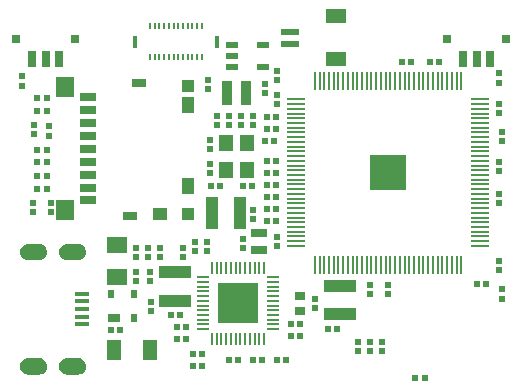
<source format=gtp>
G04 #@! TF.GenerationSoftware,KiCad,Pcbnew,5.1.5+dfsg1-2build2*
G04 #@! TF.CreationDate,2020-11-30T07:47:56+01:00*
G04 #@! TF.ProjectId,FunKey,46756e4b-6579-42e6-9b69-6361645f7063,E*
G04 #@! TF.SameCoordinates,Original*
G04 #@! TF.FileFunction,Paste,Top*
G04 #@! TF.FilePolarity,Positive*
%FSLAX46Y46*%
G04 Gerber Fmt 4.6, Leading zero omitted, Abs format (unit mm)*
G04 Created by KiCad (PCBNEW 5.1.5+dfsg1-2build2) date 2020-11-30 07:47:56*
%MOMM*%
%LPD*%
G04 APERTURE LIST*
%ADD10C,0.127000*%
%ADD11R,1.800000X1.200000*%
%ADD12R,1.550000X0.600000*%
%ADD13R,0.247500X1.600000*%
%ADD14R,1.600000X0.247500*%
%ADD15R,1.400000X0.700000*%
%ADD16R,0.380000X1.100000*%
%ADD17R,0.230000X0.630000*%
%ADD18R,0.650000X0.700000*%
%ADD19R,0.800000X1.350000*%
%ADD20R,0.850000X2.000000*%
%ADD21R,1.200000X0.655000*%
%ADD22R,1.050000X1.400000*%
%ADD23R,1.050000X1.075000*%
%ADD24R,1.200000X0.725000*%
%ADD25R,1.500000X1.775000*%
%ADD26R,1.500000X1.725000*%
%ADD27R,1.150000X1.055000*%
%ADD28R,1.350000X0.650000*%
%ADD29R,1.350000X0.750000*%
%ADD30R,2.700000X1.000000*%
%ADD31R,1.000000X2.700000*%
%ADD32R,1.000000X0.200000*%
%ADD33R,0.200000X1.000000*%
%ADD34R,1.150000X0.400000*%
%ADD35R,1.100000X0.600000*%
%ADD36R,1.143000X1.778000*%
%ADD37R,0.600000X0.700000*%
%ADD38R,1.000000X0.700000*%
%ADD39R,1.800000X1.400000*%
%ADD40R,1.270000X1.397000*%
%ADD41R,0.889000X0.635000*%
%ADD42R,0.550000X0.600000*%
%ADD43R,0.600000X0.550000*%
%ADD44R,0.508000X0.508000*%
G04 APERTURE END LIST*
D10*
G36*
X109450000Y-56666000D02*
G01*
X106450000Y-56666000D01*
X106450000Y-59666000D01*
X109450000Y-59666000D01*
X109450000Y-56666000D01*
G37*
G36*
X93550000Y-67515000D02*
G01*
X93550000Y-70915000D01*
X96950000Y-70915000D01*
X96950000Y-67515000D01*
X93550000Y-67515000D01*
G37*
G36*
X80800000Y-64173000D02*
G01*
X81700000Y-64173000D01*
X81881173Y-64196852D01*
X82050000Y-64266782D01*
X82194975Y-64378025D01*
X82306218Y-64523000D01*
X82400000Y-64873000D01*
X82376148Y-65054173D01*
X82306218Y-65223000D01*
X82194975Y-65367975D01*
X82050000Y-65479218D01*
X81881173Y-65549148D01*
X81700000Y-65573000D01*
X80800000Y-65573000D01*
X80618827Y-65549148D01*
X80450000Y-65479218D01*
X80305025Y-65367975D01*
X80193782Y-65223000D01*
X80123852Y-65054173D01*
X80100000Y-64873000D01*
X80123852Y-64691827D01*
X80193782Y-64523000D01*
X80305025Y-64378025D01*
X80450000Y-64266782D01*
X80800000Y-64173000D01*
G37*
G36*
X80800000Y-73873000D02*
G01*
X81700000Y-73873000D01*
X81881173Y-73896852D01*
X82050000Y-73966782D01*
X82194975Y-74078025D01*
X82306218Y-74223000D01*
X82400000Y-74573000D01*
X82376148Y-74754173D01*
X82306218Y-74923000D01*
X82194975Y-75067975D01*
X82050000Y-75179218D01*
X81881173Y-75249148D01*
X81700000Y-75273000D01*
X80800000Y-75273000D01*
X80618827Y-75249148D01*
X80450000Y-75179218D01*
X80305025Y-75067975D01*
X80193782Y-74923000D01*
X80123852Y-74754173D01*
X80100000Y-74573000D01*
X80123852Y-74391827D01*
X80193782Y-74223000D01*
X80305025Y-74078025D01*
X80450000Y-73966782D01*
X80800000Y-73873000D01*
G37*
G36*
X77500000Y-64173000D02*
G01*
X78400000Y-64173000D01*
X78399999Y-64173000D01*
X78581172Y-64196852D01*
X78749999Y-64266782D01*
X78894974Y-64378025D01*
X79006217Y-64523000D01*
X79100000Y-64873000D01*
X79100000Y-64872999D01*
X79076148Y-65054173D01*
X79006218Y-65223000D01*
X78894975Y-65367975D01*
X78750000Y-65479218D01*
X78581174Y-65549149D01*
X78400000Y-65573000D01*
X77500000Y-65573000D01*
X77318827Y-65549148D01*
X77150000Y-65479218D01*
X77005025Y-65367975D01*
X76893782Y-65223000D01*
X76823852Y-65054173D01*
X76800000Y-64873000D01*
X76823852Y-64691827D01*
X76893782Y-64523000D01*
X77005025Y-64378025D01*
X77150000Y-64266782D01*
X77500000Y-64173000D01*
G37*
G36*
X77500000Y-73873000D02*
G01*
X78400000Y-73873000D01*
X78399999Y-73873000D01*
X78581172Y-73896852D01*
X78749999Y-73966782D01*
X78894974Y-74078025D01*
X79006217Y-74223000D01*
X79100000Y-74573000D01*
X79100000Y-74572999D01*
X79076148Y-74754173D01*
X79006218Y-74923000D01*
X78894975Y-75067975D01*
X78750000Y-75179218D01*
X78581174Y-75249149D01*
X78400000Y-75273000D01*
X77500000Y-75273000D01*
X77318827Y-75249148D01*
X77150000Y-75179218D01*
X77005025Y-75067975D01*
X76893782Y-74923000D01*
X76823852Y-74754173D01*
X76800000Y-74573000D01*
X76823852Y-74391827D01*
X76893782Y-74223000D01*
X77005025Y-74078025D01*
X77150000Y-73966782D01*
X77500000Y-73873000D01*
G37*
D11*
X103533000Y-48536000D03*
X103533000Y-44936000D03*
D12*
X99658000Y-47236000D03*
X99658000Y-46236000D03*
D13*
X114150000Y-65966000D03*
X113750000Y-65966000D03*
X113350000Y-65966000D03*
X112950000Y-65966000D03*
X112550000Y-65966000D03*
X112150000Y-65966000D03*
X111750000Y-65966000D03*
X111350000Y-65966000D03*
X110950000Y-65966000D03*
X110550000Y-65966000D03*
X110150000Y-65966000D03*
X109750000Y-65966000D03*
X109350000Y-65966000D03*
X108950000Y-65966000D03*
X108550000Y-65966000D03*
X108150000Y-65966000D03*
X107750000Y-65966000D03*
X107350000Y-65966000D03*
X106950000Y-65966000D03*
X106550000Y-65966000D03*
X106150000Y-65966000D03*
X105750000Y-65966000D03*
X105350000Y-65966000D03*
X104950000Y-65966000D03*
X104550000Y-65966000D03*
X104150000Y-65966000D03*
X103750000Y-65966000D03*
X103350000Y-65966000D03*
X102950000Y-65966000D03*
X102550000Y-65966000D03*
X102150000Y-65966000D03*
X101750000Y-65966000D03*
D14*
X100150000Y-64366000D03*
X100150000Y-63966000D03*
X100150000Y-63566000D03*
X100150000Y-63166000D03*
X100150000Y-62766000D03*
X100150000Y-62366000D03*
X100150000Y-61966000D03*
X100150000Y-61566000D03*
X100150000Y-61166000D03*
X100150000Y-60766000D03*
X100150000Y-60366000D03*
X100150000Y-59966000D03*
X100150000Y-59566000D03*
X100150000Y-59166000D03*
X100150000Y-58766000D03*
X100150000Y-58366000D03*
X100150000Y-57966000D03*
X100150000Y-57566000D03*
X100150000Y-57166000D03*
X100150000Y-56766000D03*
X100150000Y-56366000D03*
X100150000Y-55966000D03*
X100150000Y-55566000D03*
X100150000Y-55166000D03*
X100150000Y-54766000D03*
X100150000Y-54366000D03*
X100150000Y-53966000D03*
X100150000Y-53566000D03*
X100150000Y-53166000D03*
X100150000Y-52766000D03*
X100150000Y-52366000D03*
X100150000Y-51966000D03*
D13*
X101750000Y-50366000D03*
X102150000Y-50366000D03*
X102550000Y-50366000D03*
X102950000Y-50366000D03*
X103350000Y-50366000D03*
X103750000Y-50366000D03*
X104150000Y-50366000D03*
X104550000Y-50366000D03*
X104950000Y-50366000D03*
X105350000Y-50366000D03*
X105750000Y-50366000D03*
X106150000Y-50366000D03*
X106550000Y-50366000D03*
X106950000Y-50366000D03*
X107350000Y-50366000D03*
X107750000Y-50366000D03*
X108150000Y-50366000D03*
X108550000Y-50366000D03*
X108950000Y-50366000D03*
X109350000Y-50366000D03*
X109750000Y-50366000D03*
X110150000Y-50366000D03*
X110550000Y-50366000D03*
X110950000Y-50366000D03*
X111350000Y-50366000D03*
X111750000Y-50366000D03*
X112150000Y-50366000D03*
X112550000Y-50366000D03*
X112950000Y-50366000D03*
X113350000Y-50366000D03*
X113750000Y-50366000D03*
X114150000Y-50366000D03*
D14*
X115750000Y-51966000D03*
X115750000Y-52366000D03*
X115750000Y-52766000D03*
X115750000Y-53166000D03*
X115750000Y-53566000D03*
X115750000Y-53966000D03*
X115750000Y-54366000D03*
X115750000Y-54766000D03*
X115750000Y-55166000D03*
X115750000Y-55566000D03*
X115750000Y-55966000D03*
X115750000Y-56366000D03*
X115750000Y-56766000D03*
X115750000Y-57166000D03*
X115750000Y-57566000D03*
X115750000Y-57966000D03*
X115750000Y-58366000D03*
X115750000Y-58766000D03*
X115750000Y-59166000D03*
X115750000Y-59566000D03*
X115750000Y-59966000D03*
X115750000Y-60366000D03*
X115750000Y-60766000D03*
X115750000Y-61166000D03*
X115750000Y-61566000D03*
X115750000Y-61966000D03*
X115750000Y-62366000D03*
X115750000Y-62766000D03*
X115750000Y-63166000D03*
X115750000Y-63566000D03*
X115750000Y-63966000D03*
X115750000Y-64366000D03*
D15*
X97028000Y-64758000D03*
X97028000Y-63258000D03*
D16*
X86552200Y-47091600D03*
X93432200Y-47091600D03*
D17*
X92192200Y-45771600D03*
X91792200Y-45771600D03*
X91392200Y-45771600D03*
X90992200Y-45771600D03*
X90592200Y-45771600D03*
X90192200Y-45771600D03*
X89792200Y-45771600D03*
X89392200Y-45771600D03*
X88992200Y-45771600D03*
X88592200Y-45771600D03*
X88192200Y-45771600D03*
X87792200Y-45771600D03*
X92192200Y-48411600D03*
X91792200Y-48411600D03*
X91392200Y-48411600D03*
X90992200Y-48411600D03*
X90592200Y-48411600D03*
X90192200Y-48411600D03*
X89792200Y-48411600D03*
X89392200Y-48411600D03*
X88992200Y-48411600D03*
X88592200Y-48411600D03*
X88192200Y-48411600D03*
X87792200Y-48411600D03*
D18*
X112975000Y-46850000D03*
X117925000Y-46850000D03*
D19*
X114300000Y-48525000D03*
X116600000Y-48525000D03*
X115450000Y-48525000D03*
D18*
X76475000Y-46850000D03*
X81425000Y-46850000D03*
D19*
X77800000Y-48525000D03*
X80100000Y-48525000D03*
X78950000Y-48525000D03*
D20*
X94298000Y-51435000D03*
X95948000Y-51435000D03*
D21*
X86828600Y-50613500D03*
D22*
X91053600Y-52461000D03*
X91053600Y-59261000D03*
D23*
X91053600Y-50823500D03*
X91053600Y-61698500D03*
D24*
X86128600Y-61873500D03*
D25*
X80578600Y-61348500D03*
D26*
X80578600Y-50918500D03*
D27*
X88603600Y-61708500D03*
D28*
X82553600Y-60461000D03*
D29*
X82553600Y-51761000D03*
X82553600Y-52861000D03*
X82553600Y-53961000D03*
X82553600Y-55061000D03*
X82553600Y-56161000D03*
X82553600Y-57261000D03*
X82553600Y-58361000D03*
X82553600Y-59461000D03*
D30*
X103886000Y-70161000D03*
X103886000Y-67761000D03*
D31*
X93034000Y-61595000D03*
X95434000Y-61595000D03*
D30*
X89916000Y-66618000D03*
X89916000Y-69018000D03*
D32*
X98250000Y-67015000D03*
X98250000Y-67415000D03*
X98250000Y-67815000D03*
X98250000Y-68215000D03*
X98250000Y-68615000D03*
X98250000Y-69015000D03*
X98250000Y-69415000D03*
X98250000Y-69815000D03*
X98250000Y-70215000D03*
X98250000Y-70615000D03*
X98250000Y-71015000D03*
X98250000Y-71415000D03*
D33*
X97450000Y-72215000D03*
X97050000Y-72215000D03*
X96650000Y-72215000D03*
X96250000Y-72215000D03*
X95850000Y-72215000D03*
X95450000Y-72215000D03*
X95050000Y-72215000D03*
X94650000Y-72215000D03*
X94250000Y-72215000D03*
X93850000Y-72215000D03*
X93450000Y-72215000D03*
X93050000Y-72215000D03*
D32*
X92250000Y-71415000D03*
X92250000Y-71015000D03*
X92250000Y-70615000D03*
X92250000Y-70215000D03*
X92250000Y-69815000D03*
X92250000Y-69415000D03*
X92250000Y-69015000D03*
X92250000Y-68615000D03*
X92250000Y-68215000D03*
X92250000Y-67815000D03*
X92250000Y-67415000D03*
X92250000Y-67015000D03*
D33*
X93050000Y-66215000D03*
X93450000Y-66215000D03*
X93850000Y-66215000D03*
X94250000Y-66215000D03*
X94650000Y-66215000D03*
X95050000Y-66215000D03*
X95450000Y-66215000D03*
X95850000Y-66215000D03*
X96250000Y-66215000D03*
X96650000Y-66215000D03*
X97050000Y-66215000D03*
X97450000Y-66215000D03*
D34*
X82035000Y-71023000D03*
X82035000Y-70373000D03*
X82035000Y-69723000D03*
X82035000Y-69073000D03*
X82035000Y-68423000D03*
D35*
X97337400Y-47335400D03*
X97337400Y-49235400D03*
X94737400Y-49235400D03*
X94737400Y-48285400D03*
X94737400Y-47335400D03*
D36*
X87757000Y-73152000D03*
X84709000Y-73152000D03*
D37*
X84521000Y-68469000D03*
X86421000Y-68469000D03*
X86421000Y-70469000D03*
D38*
X84721000Y-70469000D03*
D39*
X84963000Y-64309000D03*
X84963000Y-67009000D03*
D40*
X96012000Y-55626000D03*
X96012000Y-57912000D03*
X94234000Y-57912000D03*
X94234000Y-55626000D03*
D41*
X100507800Y-68580000D03*
X100507800Y-69850000D03*
D42*
X78188000Y-51816000D03*
X79038000Y-51816000D03*
X78188000Y-52959000D03*
X79038000Y-52959000D03*
D43*
X79248000Y-54185000D03*
X79248000Y-55035000D03*
D42*
X78188000Y-56261000D03*
X79038000Y-56261000D03*
X78188000Y-57277000D03*
X79038000Y-57277000D03*
X78188000Y-58420000D03*
X79038000Y-58420000D03*
X78188000Y-59563000D03*
X79038000Y-59563000D03*
X110192000Y-75565000D03*
X111042000Y-75565000D03*
D43*
X117602000Y-68028000D03*
X117602000Y-68878000D03*
X117348000Y-50590000D03*
X117348000Y-49740000D03*
X76962000Y-49994000D03*
X76962000Y-50844000D03*
D44*
X99314000Y-74041000D03*
X98552000Y-74041000D03*
X97282000Y-74041000D03*
X96520000Y-74041000D03*
X94488000Y-74041000D03*
X95250000Y-74041000D03*
X91440000Y-73533000D03*
X92202000Y-73533000D03*
X90805000Y-72263000D03*
X90043000Y-72263000D03*
X90297000Y-70231000D03*
X89535000Y-70231000D03*
X91567000Y-64770000D03*
X91567000Y-64008000D03*
X100457000Y-70993000D03*
X99695000Y-70993000D03*
X92583000Y-64770000D03*
X92583000Y-64008000D03*
X91440000Y-74549000D03*
X92202000Y-74549000D03*
X88646000Y-65278000D03*
X88646000Y-64516000D03*
X87757000Y-66548000D03*
X87757000Y-67310000D03*
X90551000Y-65278000D03*
X90551000Y-64516000D03*
X87884000Y-69088000D03*
X87884000Y-69850000D03*
X92964000Y-59309000D03*
X93726000Y-59309000D03*
X92837000Y-58166000D03*
X92837000Y-57404000D03*
X103632000Y-71374000D03*
X102870000Y-71374000D03*
X100457000Y-72009000D03*
X99695000Y-72009000D03*
X101727000Y-69596000D03*
X101727000Y-68834000D03*
X93472000Y-53340000D03*
X93472000Y-54102000D03*
X97536000Y-50673000D03*
X97536000Y-51435000D03*
X94488000Y-53340000D03*
X94488000Y-54102000D03*
X98425000Y-59182000D03*
X97663000Y-59182000D03*
X106426000Y-67691000D03*
X106426000Y-68453000D03*
X98425000Y-60198000D03*
X97663000Y-60198000D03*
X98425000Y-57150000D03*
X97663000Y-57150000D03*
X98425000Y-54483000D03*
X97663000Y-54483000D03*
X98425000Y-53467000D03*
X97663000Y-53467000D03*
X109855000Y-48768000D03*
X109093000Y-48768000D03*
X111506000Y-48768000D03*
X112268000Y-48768000D03*
X117602000Y-54737000D03*
X117602000Y-55499000D03*
X116205000Y-67564000D03*
X115443000Y-67564000D03*
X117348000Y-66421000D03*
X117348000Y-65659000D03*
X117348000Y-58039000D03*
X117348000Y-57277000D03*
X96520000Y-54102000D03*
X96520000Y-53340000D03*
X95504000Y-54102000D03*
X95504000Y-53340000D03*
X97663000Y-58166000D03*
X98425000Y-58166000D03*
X107950000Y-68453000D03*
X107950000Y-67691000D03*
X87630000Y-64516000D03*
X87630000Y-65278000D03*
X86614000Y-64516000D03*
X86614000Y-65278000D03*
X86614000Y-66548000D03*
X86614000Y-67310000D03*
X105410000Y-72517000D03*
X105410000Y-73279000D03*
X96393000Y-59309000D03*
X95631000Y-59309000D03*
X92837000Y-55372000D03*
X92837000Y-56134000D03*
X95631000Y-64516000D03*
X95631000Y-63754000D03*
X96520000Y-62103000D03*
X96520000Y-61341000D03*
X77978000Y-54864000D03*
X77978000Y-54102000D03*
X117348000Y-59944000D03*
X117348000Y-60706000D03*
X117348000Y-53086000D03*
X117348000Y-52324000D03*
X98425000Y-62230000D03*
X97663000Y-62230000D03*
X98425000Y-61214000D03*
X97663000Y-61214000D03*
X106426000Y-73279000D03*
X106426000Y-72517000D03*
X107442000Y-73279000D03*
X107442000Y-72517000D03*
X90805000Y-71247000D03*
X90043000Y-71247000D03*
X98552000Y-51562000D03*
X98552000Y-52324000D03*
X98552000Y-50292000D03*
X98552000Y-49530000D03*
X92710000Y-51054000D03*
X92710000Y-50292000D03*
X98298000Y-55499000D03*
X97536000Y-55499000D03*
X79375000Y-60706000D03*
X79375000Y-61468000D03*
X85217000Y-71501000D03*
X84455000Y-71501000D03*
X98552000Y-64389000D03*
X98552000Y-63627000D03*
X77851000Y-60706000D03*
X77851000Y-61468000D03*
M02*

</source>
